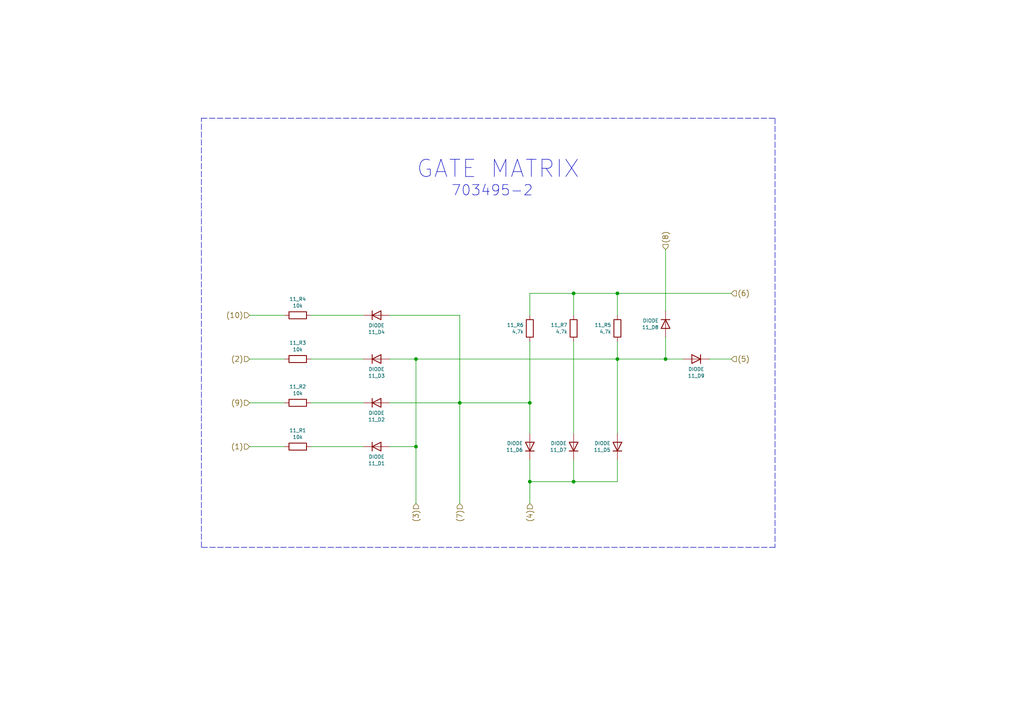
<source format=kicad_sch>
(kicad_sch (version 20231120) (generator "eeschema") (generator_version "8.0")
  (paper "A4")
  (lib_symbols
    (symbol "Device:D" (pin_numbers hide) (pin_names (offset 1.016) hide)
      (property "Reference" "D" (at 0 2.54 0))
      (property "Value" "D" (at 0 -2.54 0))
      (symbol "D_0_1"
        (polyline (pts (xy -1.27 1.27) (xy -1.27 -1.27)) (stroke (width 0.254)))
        (polyline (pts (xy 1.27 0) (xy -1.27 0)))
        (polyline (pts (xy 1.27 1.27) (xy 1.27 -1.27) (xy -1.27 0) (xy 1.27 1.27)) (stroke (width 0.254)))
      )
      (symbol "D_1_1"
        (pin passive line (at -3.81 0 0) (length 2.54) (name "K") (number "1"))
        (pin passive line (at 3.81 0 180) (length 2.54) (name "A") (number "2"))
      )
    )
    (symbol "Device:R" (pin_numbers hide) (pin_names (offset 0))
      (property "Reference" "R" (at 2.032 0 90))
      (property "Value" "R" (at 0 0 90))
      (symbol "R_0_1"
        (rectangle (start -1.016 -2.54) (end 1.016 2.54) (stroke (width 0.254)))
      )
      (symbol "R_1_1"
        (pin passive line (at 0 3.81 270) (length 1.27) (name "~") (number "1"))
        (pin passive line (at 0 -3.81 90) (length 1.27) (name "~") (number "2"))
      )
    )
  )
  (junction (at 133.35 116.84))
  (junction (at 193.04 104.14))
  (junction (at 153.67 139.7))
  (junction (at 153.67 116.84))
  (junction (at 166.37 85.09))
  (junction (at 120.65 104.14))
  (junction (at 166.37 139.7))
  (junction (at 179.07 104.14))
  (junction (at 179.07 85.09))
  (junction (at 120.65 129.54))
  (wire (pts (xy 90.17 129.54) (xy 105.41 129.54)))
  (wire (pts (xy 133.35 116.84) (xy 133.35 146.05)))
  (wire (pts (xy 153.67 139.7) (xy 166.37 139.7)))
  (wire (pts (xy 153.67 85.09) (xy 153.67 91.44)))
  (wire (pts (xy 193.04 72.39) (xy 193.04 90.17)))
  (wire (pts (xy 72.39 91.44) (xy 82.55 91.44)))
  (wire (pts (xy 205.74 104.14) (xy 212.09 104.14)))
  (wire (pts (xy 166.37 133.35) (xy 166.37 139.7)))
  (wire (pts (xy 90.17 91.44) (xy 105.41 91.44)))
  (wire (pts (xy 179.07 85.09) (xy 179.07 91.44)))
  (wire (pts (xy 90.17 104.14) (xy 105.41 104.14)))
  (wire (pts (xy 120.65 104.14) (xy 179.07 104.14)))
  (wire (pts (xy 90.17 116.84) (xy 105.41 116.84)))
  (wire (pts (xy 113.03 104.14) (xy 120.65 104.14)))
  (polyline (pts (xy 58.42 158.75) (xy 58.42 34.29)) (stroke (width 0) (type dash)))
  (wire (pts (xy 153.67 133.35) (xy 153.67 139.7)))
  (polyline (pts (xy 58.42 34.29) (xy 224.79 34.29)) (stroke (width 0) (type dash)))
  (wire (pts (xy 166.37 85.09) (xy 166.37 91.44)))
  (polyline (pts (xy 224.79 34.29) (xy 224.79 158.75)) (stroke (width 0) (type dash)))
  (wire (pts (xy 72.39 104.14) (xy 82.55 104.14)))
  (wire (pts (xy 113.03 116.84) (xy 133.35 116.84)))
  (wire (pts (xy 120.65 104.14) (xy 120.65 129.54)))
  (wire (pts (xy 153.67 99.06) (xy 153.67 116.84)))
  (wire (pts (xy 179.07 133.35) (xy 179.07 139.7)))
  (wire (pts (xy 133.35 91.44) (xy 133.35 116.84)))
  (wire (pts (xy 113.03 91.44) (xy 133.35 91.44)))
  (wire (pts (xy 120.65 129.54) (xy 120.65 146.05)))
  (wire (pts (xy 153.67 85.09) (xy 166.37 85.09)))
  (wire (pts (xy 133.35 116.84) (xy 153.67 116.84)))
  (wire (pts (xy 72.39 116.84) (xy 82.55 116.84)))
  (wire (pts (xy 193.04 104.14) (xy 198.12 104.14)))
  (wire (pts (xy 179.07 85.09) (xy 212.09 85.09)))
  (wire (pts (xy 153.67 139.7) (xy 153.67 146.05)))
  (wire (pts (xy 113.03 129.54) (xy 120.65 129.54)))
  (wire (pts (xy 166.37 85.09) (xy 179.07 85.09)))
  (wire (pts (xy 72.39 129.54) (xy 82.55 129.54)))
  (wire (pts (xy 193.04 97.79) (xy 193.04 104.14)))
  (wire (pts (xy 179.07 99.06) (xy 179.07 104.14)))
  (wire (pts (xy 179.07 104.14) (xy 193.04 104.14)))
  (wire (pts (xy 166.37 139.7) (xy 179.07 139.7)))
  (polyline (pts (xy 224.79 158.75) (xy 58.42 158.75)) (stroke (width 0) (type dash)))
  (wire (pts (xy 166.37 99.06) (xy 166.37 125.73)))
  (wire (pts (xy 179.07 104.14) (xy 179.07 125.73)))
  (wire (pts (xy 153.67 116.84) (xy 153.67 125.73)))
  (text "GATE MATRIX" (at 120.65 52.07 0) (effects (font (size 5.0038 5.0038)) (justify left bottom)))
  (text "703495-2" (at 130.81 57.15 0) (effects (font (size 2.9972 2.9972)) (justify left bottom)))
  (hierarchical_label "(1)" (shape input) (at 72.39 129.54 180) (effects (font (size 1.524 1.524))))
  (hierarchical_label "(8)" (shape input) (at 193.04 72.39 90) (effects (font (size 1.524 1.524))))
  (hierarchical_label "(2)" (shape input) (at 72.39 104.14 180) (effects (font (size 1.524 1.524))))
  (hierarchical_label "(5)" (shape input) (at 212.09 104.14 0) (effects (font (size 1.524 1.524))))
  (hierarchical_label "(3)" (shape input) (at 120.65 146.05 270) (effects (font (size 1.524 1.524))))
  (hierarchical_label "(10)" (shape input) (at 72.39 91.44 180) (effects (font (size 1.524 1.524))))
  (hierarchical_label "(4)" (shape input) (at 153.67 146.05 270) (effects (font (size 1.524 1.524))))
  (hierarchical_label "(9)" (shape input) (at 72.39 116.84 180) (effects (font (size 1.524 1.524))))
  (hierarchical_label "(7)" (shape input) (at 133.35 146.05 270) (effects (font (size 1.524 1.524))))
  (hierarchical_label "(6)" (shape input) (at 212.09 85.09 0) (effects (font (size 1.524 1.524))))
  (symbol (lib_id "Device:R") (at 86.36 91.44 270) (unit 1)
    (property "Reference" "11_R4" (at 86.36 86.741 90) (effects (font (size 1.016 1.016))))
    (property "Value" "10k" (at 86.36 88.6714 90) (effects (font (size 1.016 1.016))))
    (property "Description" "Resistor" (effects (hide yes)))
  )
  (symbol (lib_id "Device:R") (at 86.36 104.14 270) (unit 1)
    (property "Reference" "11_R3" (at 86.36 99.441 90) (effects (font (size 1.016 1.016))))
    (property "Value" "10k" (at 86.36 101.3714 90) (effects (font (size 1.016 1.016))))
    (property "Description" "Resistor" (effects (hide yes)))
  )
  (symbol (lib_id "Device:R") (at 86.36 116.84 270) (unit 1)
    (property "Reference" "11_R2" (at 86.36 112.141 90) (effects (font (size 1.016 1.016))))
    (property "Value" "10k" (at 86.36 114.0714 90) (effects (font (size 1.016 1.016))))
    (property "Description" "Resistor" (effects (hide yes)))
  )
  (symbol (lib_id "Device:R") (at 86.36 129.54 270) (unit 1)
    (property "Reference" "11_R1" (at 86.36 124.841 90) (effects (font (size 1.016 1.016))))
    (property "Value" "10k" (at 86.36 126.7714 90) (effects (font (size 1.016 1.016))))
    (property "Description" "Resistor" (effects (hide yes)))
  )
  (symbol (lib_id "Device:D") (at 109.22 91.44 0) (unit 1)
    (property "Reference" "11_D4" (at 109.22 96.3168 0) (effects (font (size 1.016 1.016))))
    (property "Value" "DIODE" (at 109.22 94.3864 0) (effects (font (size 1.016 1.016))))
    (property "Description" "Diode" (effects (hide yes)))
    (property "Sim.Device" "D" (effects (hide yes)))
    (property "Sim.Pins" "1=K 2=A" (effects (hide yes)))
  )
  (symbol (lib_id "Device:D") (at 109.22 104.14 0) (unit 1)
    (property "Reference" "11_D3" (at 109.22 109.0168 0) (effects (font (size 1.016 1.016))))
    (property "Value" "DIODE" (at 109.22 107.0864 0) (effects (font (size 1.016 1.016))))
    (property "Description" "Diode" (effects (hide yes)))
    (property "Sim.Device" "D" (effects (hide yes)))
    (property "Sim.Pins" "1=K 2=A" (effects (hide yes)))
  )
  (symbol (lib_id "Device:D") (at 109.22 116.84 0) (unit 1)
    (property "Reference" "11_D2" (at 109.22 121.7168 0) (effects (font (size 1.016 1.016))))
    (property "Value" "DIODE" (at 109.22 119.7864 0) (effects (font (size 1.016 1.016))))
    (property "Description" "Diode" (effects (hide yes)))
    (property "Sim.Device" "D" (effects (hide yes)))
    (property "Sim.Pins" "1=K 2=A" (effects (hide yes)))
  )
  (symbol (lib_id "Device:D") (at 109.22 129.54 0) (unit 1)
    (property "Reference" "11_D1" (at 109.22 134.4168 0) (effects (font (size 1.016 1.016))))
    (property "Value" "DIODE" (at 109.22 132.4864 0) (effects (font (size 1.016 1.016))))
    (property "Description" "Diode" (effects (hide yes)))
    (property "Sim.Device" "D" (effects (hide yes)))
    (property "Sim.Pins" "1=K 2=A" (effects (hide yes)))
  )
  (symbol (lib_id "Device:R") (at 153.67 95.25 0) (mirror x) (unit 1)
    (property "Reference" "11_R6" (at 151.892 94.2848 0) (effects (font (size 1.016 1.016)) (justify right)))
    (property "Value" "4,7k" (at 151.892 96.2152 0) (effects (font (size 1.016 1.016)) (justify right)))
    (property "Description" "Resistor" (effects (hide yes)))
  )
  (symbol (lib_id "Device:R") (at 166.37 95.25 0) (mirror x) (unit 1)
    (property "Reference" "11_R7" (at 164.592 94.2848 0) (effects (font (size 1.016 1.016)) (justify right)))
    (property "Value" "4,7k" (at 164.592 96.2152 0) (effects (font (size 1.016 1.016)) (justify right)))
    (property "Description" "Resistor" (effects (hide yes)))
  )
  (symbol (lib_id "Device:R") (at 179.07 95.25 0) (mirror x) (unit 1)
    (property "Reference" "11_R5" (at 177.292 94.2848 0) (effects (font (size 1.016 1.016)) (justify right)))
    (property "Value" "4,7k" (at 177.292 96.2152 0) (effects (font (size 1.016 1.016)) (justify right)))
    (property "Description" "Resistor" (effects (hide yes)))
  )
  (symbol (lib_id "Device:D") (at 153.67 129.54 270) (mirror x) (unit 1)
    (property "Reference" "11_D6" (at 151.6888 130.5052 90) (effects (font (size 1.016 1.016)) (justify right)))
    (property "Value" "DIODE" (at 151.6888 128.5748 90) (effects (font (size 1.016 1.016)) (justify right)))
    (property "Description" "Diode" (effects (hide yes)))
    (property "Sim.Device" "D" (effects (hide yes)))
    (property "Sim.Pins" "1=K 2=A" (effects (hide yes)))
  )
  (symbol (lib_id "Device:D") (at 166.37 129.54 270) (mirror x) (unit 1)
    (property "Reference" "11_D7" (at 164.3888 130.5052 90) (effects (font (size 1.016 1.016)) (justify right)))
    (property "Value" "DIODE" (at 164.3888 128.5748 90) (effects (font (size 1.016 1.016)) (justify right)))
    (property "Description" "Diode" (effects (hide yes)))
    (property "Sim.Device" "D" (effects (hide yes)))
    (property "Sim.Pins" "1=K 2=A" (effects (hide yes)))
  )
  (symbol (lib_id "Device:D") (at 179.07 129.54 270) (mirror x) (unit 1)
    (property "Reference" "11_D5" (at 177.0888 130.5052 90) (effects (font (size 1.016 1.016)) (justify right)))
    (property "Value" "DIODE" (at 177.0888 128.5748 90) (effects (font (size 1.016 1.016)) (justify right)))
    (property "Description" "Diode" (effects (hide yes)))
    (property "Sim.Device" "D" (effects (hide yes)))
    (property "Sim.Pins" "1=K 2=A" (effects (hide yes)))
  )
  (symbol (lib_id "Device:D") (at 193.04 93.98 90) (mirror x) (unit 1)
    (property "Reference" "11_D8" (at 191.0588 94.9452 90) (effects (font (size 1.016 1.016)) (justify left)))
    (property "Value" "DIODE" (at 191.0588 93.0148 90) (effects (font (size 1.016 1.016)) (justify left)))
    (property "Description" "Diode" (effects (hide yes)))
    (property "Sim.Device" "D" (effects (hide yes)))
    (property "Sim.Pins" "1=K 2=A" (effects (hide yes)))
  )
  (symbol (lib_id "Device:D") (at 201.93 104.14 0) (mirror y) (unit 1)
    (property "Reference" "11_D9" (at 201.93 109.0168 0) (effects (font (size 1.016 1.016))))
    (property "Value" "DIODE" (at 201.93 107.0864 0) (effects (font (size 1.016 1.016))))
    (property "Description" "Diode" (effects (hide yes)))
    (property "Sim.Device" "D" (effects (hide yes)))
    (property "Sim.Pins" "1=K 2=A" (effects (hide yes)))
  )
)
</source>
